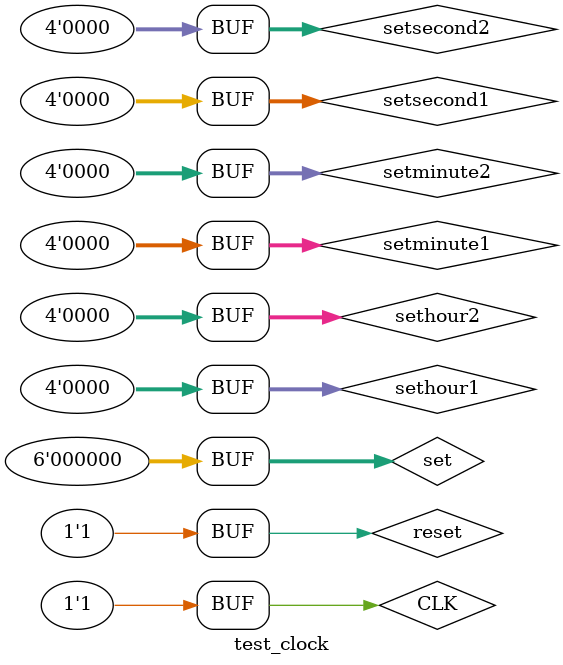
<source format=v>
`timescale 1ns / 1ns


module test_clock();
        reg CLK;
        reg reset;
        reg [5:0]set;
        wire clock_clk; //1Hz  
        wire scan_clk; //1kHZ
		reg [5:0] set;
		reg [3:0] sethour1;
		reg [3:0] sethour2;
		reg [3:0] setminute1;
		reg [3:0] setminute2;
		reg [3:0] setsecond1;
		reg [3:0] setsecond2;
		
		wire [11:0]display_out;
divclk_scan test_myscan_clk( //Êä³ö1000HzÉ¨ÃèÊ±ÖÓ
        .CLK(CLK), 
        .reset(reset),
        .scan_clk(scan_clk) 
 );

divclk_1Hz test_myclock_clk( //Êä³ö1Hz¼ÆÊ±Ê±ÖÓ
        .CLK(CLK), 
        .reset(reset),
        .clock_clk(clock_clk)
);
clock test_clock0(
        .CLK(CLK),
        .clock_clk(clock_clk), 
        .scan_clk(scan_clk), 
        .reset(reset), 
        .set(set),
        .sethour1(sethour1),
        .sethour2(sethour2),
        .setminute1(setminute1),
        .setminute2(setminute2),
        .setsecond1(setsecond1),
        .setsecond2(setsecond2),
    
        .clock_seg(display_out[7:0]),
        .seln(display_out[11:8])
    );
initial begin 
		sethour1  <= 4'b0;
		sethour2  <= 4'b0;
		setminute1<= 4'b0;
		setminute2<= 4'b0;
		setsecond1<= 4'b0;
		setsecond2<= 4'b0;
		reset <= 1'b0;
        set <= 6'b0;    
		#5;
		reset <= 1'b1;
end
always begin
	CLK = 1'b0;
	#5;
	CLK=1'b1;
	#5;
end


endmodule



</source>
